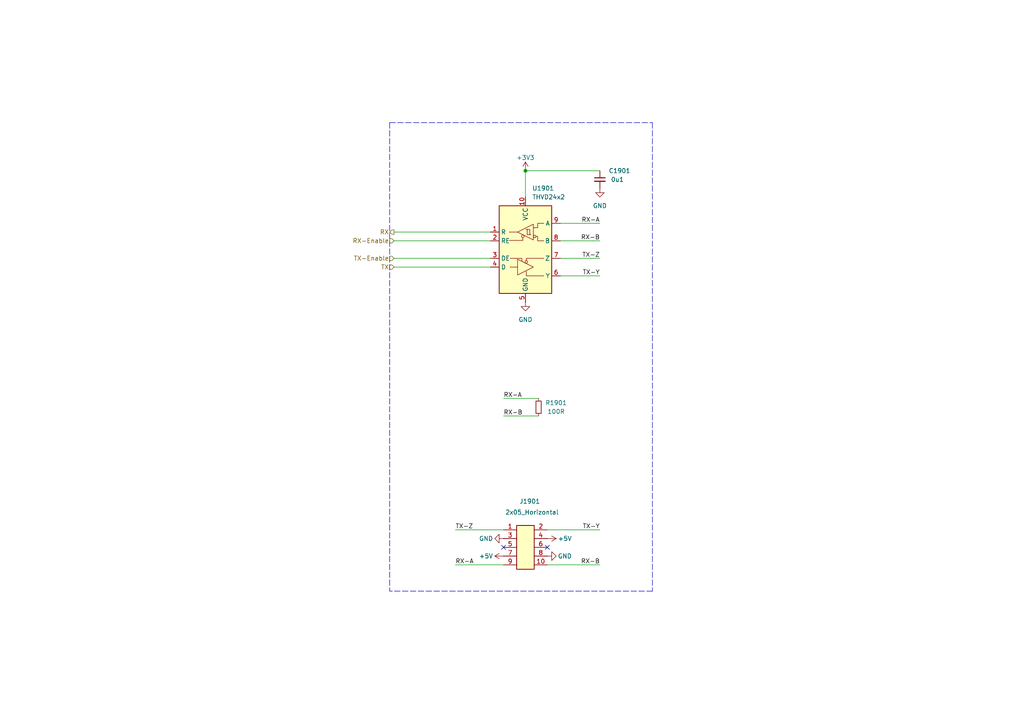
<source format=kicad_sch>
(kicad_sch (version 20250114) (generator "eeschema") (generator_version "9.0")
  (paper "A4")
  (title_block (title "V2 Link") (date "2025-10-26") (rev "4") (company "Socket"))
  (lib_symbols
    (symbol "Device:C_Small" (pin_numbers (hide yes)) (pin_names (offset 0.254) (hide yes))
      (property "Reference" "C" (at 0.254 1.778 0))
      (property "Value" "C_Small" (at 0.254 -2.032 0))
      (symbol "C_Small_0_1"
        (polyline (pts (xy -1.524 0.508) (xy 1.524 0.508)) (stroke (width 0.3048)))
        (polyline (pts (xy -1.524 -0.508) (xy 1.524 -0.508)) (stroke (width 0.3302)))
      )
      (symbol "C_Small_1_1"
        (pin passive line (at 0 2.54 270) (length 2.032) (name "~") (number "1"))
        (pin passive line (at 0 -2.54 90) (length 2.032) (name "~") (number "2"))
      )
    )
    (symbol "Device:R_Small" (pin_numbers (hide yes)) (pin_names (offset 0.254) (hide yes))
      (property "Reference" "R" (at 0 0 90))
      (property "Value" "R_Small" (at 1.778 0 90))
      (symbol "R_Small_0_1"
        (rectangle (start -0.762 1.778) (end 0.762 -1.778) (stroke (width 0.2032)))
      )
      (symbol "R_Small_1_1"
        (pin passive line (at 0 2.54 270) (length 0.762) (name "~") (number "1"))
        (pin passive line (at 0 -2.54 90) (length 0.762) (name "~") (number "2"))
      )
    )
    (symbol "V2_Connector_Header_1.27mm:2x05_Horizontal" (pin_names (hide yes))
      (property "Reference" "J" (at 0 12.7 0))
      (property "Value" "2x05_Horizontal" (at 1.27 10.16 0))
      (symbol "2x05_Horizontal_1_1"
        (rectangle (start -2.54 6.35) (end 2.54 -6.35) (stroke (width 0.254)) (fill (type background)))
        (pin passive line (at -6.35 5.08 0) (length 3.81) (name "Pin_1") (number "1"))
        (pin passive line (at -6.35 2.54 0) (length 3.81) (name "Pin_3") (number "3"))
        (pin passive line (at -6.35 0 0) (length 3.81) (name "Pin_5") (number "5"))
        (pin passive line (at -6.35 -2.54 0) (length 3.81) (name "Pin_7") (number "7"))
        (pin passive line (at -6.35 -5.08 0) (length 3.81) (name "Pin_9") (number "9"))
        (pin passive line (at 6.35 5.08 180) (length 3.81) (name "Pin_2") (number "2"))
        (pin passive line (at 6.35 2.54 180) (length 3.81) (name "Pin_4") (number "4"))
        (pin passive line (at 6.35 0 180) (length 3.81) (name "Pin_6") (number "6"))
        (pin passive line (at 6.35 -2.54 180) (length 3.81) (name "Pin_8") (number "8"))
        (pin passive line (at 6.35 -5.08 180) (length 3.81) (name "Pin_10") (number "10"))
      )
    )
    (symbol "V2_Interface_RS485:THVD24x2"
      (property "Reference" "U" (at 2.54 17.78 0))
      (property "Value" "THVD24x2" (at 2.54 15.24 0))
      (symbol "THVD24x2_0_1"
        (rectangle (start -7.62 12.7) (end 7.62 -12.7) (stroke (width 0.254)) (fill (type background)))
        (polyline (pts (xy -4.445 -5.08) (xy -2.286 -5.08)))
        (polyline (pts (xy -2.286 5.08) (xy -4.699 5.08)))
        (polyline (pts (xy -2.286 -2.794) (xy -2.286 -7.366) (xy 2.286 -5.08) (xy -2.286 -2.794)))
        (polyline (pts (xy -1.016 -3.429) (xy -1.016 -2.54) (xy -4.445 -2.54)))
        (polyline (pts (xy -0.762 3.429) (xy -0.762 2.667)))
        (polyline (pts (xy -0.762 2.667) (xy -4.699 2.667)))
        (circle (center -0.7445 3.8547) (radius 0.381))
        (circle (center 0.254 -3.556) (radius 0.381))
        (polyline (pts (xy 1.27 4.318) (xy 1.27 5.842) (xy 0.381 5.842)))
        (polyline (pts (xy 1.651 4.318) (xy 0.635 4.318) (xy 0.508 4.318) (xy 0.508 5.842) (xy 0.127 5.842)))
        (polyline (pts (xy 2.286 7.366) (xy 2.286 2.794) (xy -2.286 5.08) (xy 2.286 7.366)))
        (polyline (pts (xy 2.286 6.35) (xy 3.556 6.35) (xy 3.556 7.62) (xy 5.334 7.62)))
        (circle (center 2.667 3.81) (radius 0.381))
        (polyline (pts (xy 3.048 3.81) (xy 3.556 3.81) (xy 3.556 2.54) (xy 5.334 2.54)))
        (polyline (pts (xy 5.334 -2.54) (xy 0.254 -2.54) (xy 0.254 -3.175)))
        (polyline (pts (xy 5.334 -7.62) (xy 0.254 -7.62) (xy 0.254 -6.35)))
      )
      (symbol "THVD24x2_1_1"
        (pin output line (at -10.16 5.08 0) (length 2.54) (name "R") (number "1"))
        (pin input line (at -10.16 2.54 0) (length 2.54) (name "RE") (number "2"))
        (pin input line (at -10.16 -2.54 0) (length 2.54) (name "DE") (number "3"))
        (pin input line (at -10.16 -5.08 0) (length 2.54) (name "D") (number "4"))
        (pin power_in line (at 0 15.24 270) (length 2.54) (name "VCC") (number "10"))
        (pin passive line (at 0 -15.24 90) (length 2.54) (hide yes) (name "GND") (number "11"))
        (pin power_in line (at 0 -15.24 90) (length 2.54) (name "GND") (number "5"))
        (pin input line (at 10.16 7.62 180) (length 2.54) (name "A") (number "9"))
        (pin input line (at 10.16 2.54 180) (length 2.54) (name "B") (number "8"))
        (pin output line (at 10.16 -2.54 180) (length 2.54) (name "Z") (number "7"))
        (pin output line (at 10.16 -7.62 180) (length 2.54) (name "Y") (number "6"))
      )
    )
    (symbol "power:+3V3" (power) (pin_numbers (hide yes)) (pin_names (offset 0) (hide yes))
      (property "Value" "+3V3" (at 0 3.556 0))
      (symbol "+3V3_0_1"
        (polyline (pts (xy -0.762 1.27) (xy 0 2.54)))
        (polyline (pts (xy 0 2.54) (xy 0.762 1.27)))
        (polyline (pts (xy 0 0) (xy 0 2.54)))
      )
      (symbol "+3V3_1_1"
        (pin power_in line (at 0 0 90) (length 0) (name "~") (number "1"))
      )
    )
    (symbol "power:+5V" (power) (pin_numbers (hide yes)) (pin_names (offset 0) (hide yes))
      (property "Value" "+5V" (at 0 3.556 0))
      (symbol "+5V_0_1"
        (polyline (pts (xy -0.762 1.27) (xy 0 2.54)))
        (polyline (pts (xy 0 2.54) (xy 0.762 1.27)))
        (polyline (pts (xy 0 0) (xy 0 2.54)))
      )
      (symbol "+5V_1_1"
        (pin power_in line (at 0 0 90) (length 0) (name "~") (number "1"))
      )
    )
    (symbol "power:GND" (power) (pin_numbers (hide yes)) (pin_names (offset 0) (hide yes))
      (property "Value" "GND" (at 0 -3.81 0))
      (symbol "GND_0_1"
        (polyline (pts (xy 0 0) (xy 0 -1.27) (xy 1.27 -1.27) (xy 0 -2.54) (xy -1.27 -1.27) (xy 0 -1.27)))
      )
      (symbol "GND_1_1"
        (pin power_in line (at 0 0 270) (length 0) (name "~") (number "1"))
      )
    )
  )
  (junction (at 152.4 49.53))
  (no_connect (at 146.05 158.75))
  (no_connect (at 158.75 158.75))
  (wire (pts (xy 156.21 120.65) (xy 146.05 120.65)))
  (wire (pts (xy 152.4 49.53) (xy 173.99 49.53)))
  (wire (pts (xy 156.21 115.57) (xy 146.05 115.57)))
  (wire (pts (xy 114.3 69.85) (xy 142.24 69.85)))
  (wire (pts (xy 146.05 163.83) (xy 132.08 163.83)))
  (wire (pts (xy 114.3 74.93) (xy 142.24 74.93)))
  (polyline (pts (xy 113.03 35.56) (xy 113.03 171.45)) (stroke (width 0) (type dash)))
  (polyline (pts (xy 113.03 35.56) (xy 189.23 35.56)) (stroke (width 0) (type dash)))
  (wire (pts (xy 114.3 67.31) (xy 142.24 67.31)))
  (wire (pts (xy 162.56 80.01) (xy 173.99 80.01)))
  (wire (pts (xy 162.56 69.85) (xy 173.99 69.85)))
  (wire (pts (xy 158.75 153.67) (xy 173.99 153.67)))
  (wire (pts (xy 162.56 74.93) (xy 173.99 74.93)))
  (wire (pts (xy 152.4 49.53) (xy 152.4 57.15)))
  (wire (pts (xy 146.05 153.67) (xy 132.08 153.67)))
  (polyline (pts (xy 189.23 35.56) (xy 189.23 171.45)) (stroke (width 0) (type dash)))
  (wire (pts (xy 162.56 64.77) (xy 173.99 64.77)))
  (polyline (pts (xy 189.23 171.45) (xy 113.03 171.45)) (stroke (width 0) (type dash)))
  (wire (pts (xy 114.3 77.47) (xy 142.24 77.47)))
  (wire (pts (xy 158.75 163.83) (xy 173.99 163.83)))
  (label "RX-A" (at 132.08 163.83 0))
  (label "TX-Z" (at 132.08 153.67 0))
  (label "RX-A" (at 146.05 115.57 0))
  (label "TX-Y" (at 173.99 80.01 180))
  (label "TX-Y" (at 173.99 153.67 180))
  (label "RX-A" (at 173.99 64.77 180))
  (label "RX-B" (at 173.99 69.85 180))
  (label "RX-B" (at 146.05 120.65 0))
  (label "TX-Z" (at 173.99 74.93 180))
  (label "RX-B" (at 173.99 163.83 180))
  (hierarchical_label "TX-Enable" (shape input) (at 114.3 74.93 180))
  (hierarchical_label "RX-Enable" (shape input) (at 114.3 69.85 180))
  (hierarchical_label "TX" (shape input) (at 114.3 77.47 180))
  (hierarchical_label "RX" (shape output) (at 114.3 67.31 180))
  (symbol (lib_id "power:+3V3") (at 152.4 49.53 0) (unit 1)
    (property "Reference" "#PWR01901" (effects (hide yes)))
    (property "Value" "+3V3" (at 152.4 45.72 0))
    (property "Description" "Power symbol creates a global label with name \"+3V3\"" (effects (hide yes)))
  )
  (symbol (lib_id "V2_Interface_RS485:THVD24x2") (at 152.4 72.39 0) (unit 1)
    (property "Reference" "U1901" (at 154.3559 54.61 0) (effects (justify left)))
    (property "Value" "THVD24x2" (at 154.3559 57.15 0) (effects (justify left)))
    (property "Footprint" "V2_Package_SON:VSON-10-4-1EP_3x3mm_P0.5mm_EP1.65x2.4mm_ThermalVias" (effects (hide yes)))
  )
  (symbol (lib_id "power:GND") (at 146.05 156.21 270) (unit 1)
    (property "Reference" "#PWR01904" (effects (hide yes)))
    (property "Value" "GND" (at 140.97 156.2099 90))
    (property "Description" "Power symbol creates a global label with name \"GND\" , ground" (effects (hide yes)))
  )
  (symbol (lib_id "power:GND") (at 152.4 87.63 0) (unit 1)
    (property "Reference" "#PWR01903" (effects (hide yes)))
    (property "Value" "GND" (at 152.4 92.71 0))
    (property "Description" "Power symbol creates a global label with name \"GND\" , ground" (effects (hide yes)))
  )
  (symbol (lib_id "power:GND") (at 173.99 54.61 0) (unit 1)
    (property "Reference" "#PWR01902" (effects (hide yes)))
    (property "Value" "GND" (at 173.99 59.69 0))
    (property "Description" "Power symbol creates a global label with name \"GND\" , ground" (effects (hide yes)))
  )
  (symbol (lib_id "Device:R_Small") (at 156.21 118.11 0) (unit 1)
    (property "Reference" "R1901" (at 161.29 116.84 0))
    (property "Value" "100R" (at 161.29 119.38 0))
    (property "Footprint" "Resistor_SMD:R_0603_1608Metric" (effects (hide yes)))
    (property "Description" "Resistor, small symbol" (effects (hide yes)))
  )
  (symbol (lib_id "power:GND") (at 158.75 161.29 90) (unit 1)
    (property "Reference" "#PWR01907" (effects (hide yes)))
    (property "Value" "GND" (at 163.83 161.29 90))
    (property "Description" "Power symbol creates a global label with name \"GND\" , ground" (effects (hide yes)))
  )
  (symbol (lib_id "V2_Connector_Header_1.27mm:2x05_Horizontal") (at 152.4 158.75 0) (unit 1) (exclude_from_sim yes)
    (property "Reference" "J1901" (at 153.67 145.415 0))
    (property "Value" "2x05_Horizontal" (at 154.305 148.59 0))
    (property "Footprint" "V2_Connector_Header_1.27mm:PinHeader_2x05_P1.27mm_Horizontal" (effects (hide yes)))
  )
  (symbol (lib_id "Device:C_Small") (at 173.99 52.07 0) (unit 1)
    (property "Reference" "C1901" (at 176.53 49.5362 0) (effects (justify left)))
    (property "Value" "0u1" (at 179.07 52.0762 0))
    (property "Footprint" "Capacitor_SMD:C_0603_1608Metric" (effects (hide yes)))
    (property "Description" "Unpolarized capacitor, small symbol" (effects (hide yes)))
  )
  (symbol (lib_id "power:+5V") (at 146.05 161.29 90) (unit 1)
    (property "Reference" "#PWR01906" (effects (hide yes)))
    (property "Value" "+5V" (at 140.97 161.29 90))
    (property "Description" "Power symbol creates a global label with name \"+5V\"" (effects (hide yes)))
  )
  (symbol (lib_id "power:+5V") (at 158.75 156.21 270) (unit 1)
    (property "Reference" "#PWR01905" (effects (hide yes)))
    (property "Value" "+5V" (at 163.83 156.21 90))
    (property "Description" "Power symbol creates a global label with name \"+5V\"" (effects (hide yes)))
  )
)
</source>
